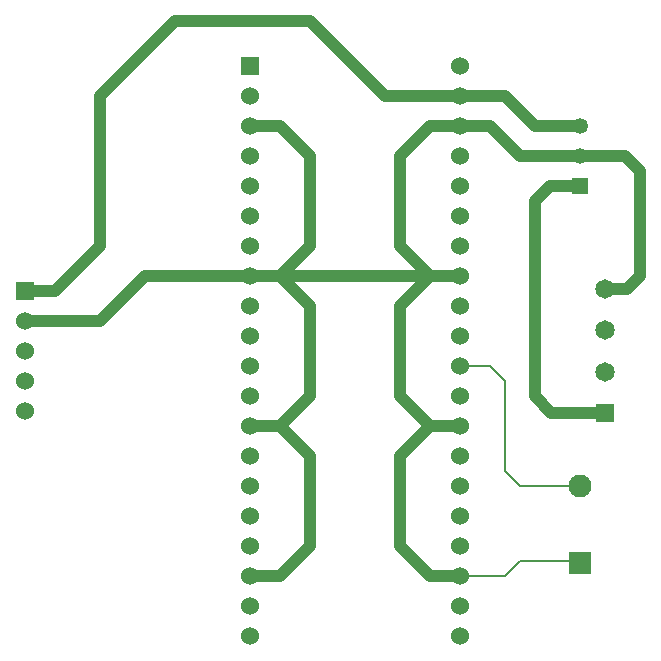
<source format=gbr>
%TF.GenerationSoftware,KiCad,Pcbnew,8.0.8*%
%TF.CreationDate,2025-04-07T19:22:35+01:00*%
%TF.ProjectId,Pico ToF,5069636f-2054-46f4-962e-6b696361645f,rev?*%
%TF.SameCoordinates,Original*%
%TF.FileFunction,Copper,L2,Bot*%
%TF.FilePolarity,Positive*%
%FSLAX46Y46*%
G04 Gerber Fmt 4.6, Leading zero omitted, Abs format (unit mm)*
G04 Created by KiCad (PCBNEW 8.0.8) date 2025-04-07 19:22:35*
%MOMM*%
%LPD*%
G01*
G04 APERTURE LIST*
%TA.AperFunction,ComponentPad*%
%ADD10R,1.524000X1.524000*%
%TD*%
%TA.AperFunction,ComponentPad*%
%ADD11C,1.524000*%
%TD*%
%TA.AperFunction,ComponentPad*%
%ADD12R,1.950000X1.950000*%
%TD*%
%TA.AperFunction,ComponentPad*%
%ADD13C,1.950000*%
%TD*%
%TA.AperFunction,ComponentPad*%
%ADD14R,1.350000X1.350000*%
%TD*%
%TA.AperFunction,ComponentPad*%
%ADD15C,1.350000*%
%TD*%
%TA.AperFunction,ComponentPad*%
%ADD16R,1.650000X1.650000*%
%TD*%
%TA.AperFunction,ComponentPad*%
%ADD17C,1.650000*%
%TD*%
%TA.AperFunction,Conductor*%
%ADD18C,1.000000*%
%TD*%
%TA.AperFunction,Conductor*%
%ADD19C,0.200000*%
%TD*%
G04 APERTURE END LIST*
D10*
%TO.P,U2,1,GP0*%
%TO.N,unconnected-(U2-GP0-Pad1)*%
X124460000Y-55880000D03*
D11*
%TO.P,U2,2,GP1*%
%TO.N,unconnected-(U2-GP1-Pad2)*%
X124460000Y-58420000D03*
%TO.P,U2,3,GND*%
%TO.N,0V*%
X124460000Y-60960000D03*
%TO.P,U2,4,GP2*%
%TO.N,unconnected-(U2-GP2-Pad4)*%
X124460000Y-63500000D03*
%TO.P,U2,5,GP3*%
%TO.N,unconnected-(U2-GP3-Pad5)*%
X124460000Y-66040000D03*
%TO.P,U2,6,GP4*%
%TO.N,unconnected-(U2-GP4-Pad6)*%
X124460000Y-68580000D03*
%TO.P,U2,7,GP5*%
%TO.N,unconnected-(U2-GP5-Pad7)*%
X124460000Y-71120000D03*
%TO.P,U2,8,GND*%
%TO.N,0V*%
X124460000Y-73660000D03*
%TO.P,U2,9,GP6*%
%TO.N,unconnected-(U2-GP6-Pad9)*%
X124460000Y-76200000D03*
%TO.P,U2,10,GP7*%
%TO.N,unconnected-(U2-GP7-Pad10)*%
X124460000Y-78740000D03*
%TO.P,U2,11,GP8*%
%TO.N,unconnected-(U2-GP8-Pad11)*%
X124460000Y-81280000D03*
%TO.P,U2,12,GP9*%
%TO.N,unconnected-(U2-GP9-Pad12)*%
X124460000Y-83820000D03*
%TO.P,U2,13,GND*%
%TO.N,0V*%
X124460000Y-86360000D03*
%TO.P,U2,14,GP10*%
%TO.N,unconnected-(U2-GP10-Pad14)*%
X124460000Y-88900000D03*
%TO.P,U2,15,GP11*%
%TO.N,unconnected-(U2-GP11-Pad15)*%
X124460000Y-91440000D03*
%TO.P,U2,16,GP12*%
%TO.N,unconnected-(U2-GP12-Pad16)*%
X124460000Y-93980000D03*
%TO.P,U2,17,GP13*%
%TO.N,unconnected-(U2-GP13-Pad17)*%
X124460000Y-96520000D03*
%TO.P,U2,18,GND*%
%TO.N,0V*%
X124460000Y-99060000D03*
%TO.P,U2,19,GP14*%
%TO.N,unconnected-(U2-GP14-Pad19)*%
X124460000Y-101600000D03*
%TO.P,U2,20,GP15*%
%TO.N,unconnected-(U2-GP15-Pad20)*%
X124460000Y-104140000D03*
%TO.P,U2,21,GP16*%
%TO.N,unconnected-(U2-GP16-Pad21)*%
X142240000Y-104140000D03*
%TO.P,U2,22,GP17*%
%TO.N,unconnected-(U2-GP17-Pad22)*%
X142240000Y-101600000D03*
%TO.P,U2,23,GND*%
%TO.N,0V*%
X142240000Y-99060000D03*
%TO.P,U2,24,GP18*%
%TO.N,unconnected-(U2-GP18-Pad24)*%
X142240000Y-96520000D03*
%TO.P,U2,25,GP19*%
%TO.N,unconnected-(U2-GP19-Pad25)*%
X142240000Y-93980000D03*
%TO.P,U2,26,GP20*%
%TO.N,SDA*%
X142240000Y-91440000D03*
%TO.P,U2,27,GP21*%
%TO.N,SCL*%
X142240000Y-88900000D03*
%TO.P,U2,28,GND*%
%TO.N,0V*%
X142240000Y-86360000D03*
%TO.P,U2,29,GP22*%
%TO.N,unconnected-(U2-GP22-Pad29)*%
X142240000Y-83820000D03*
%TO.P,U2,30,RUN*%
%TO.N,Net-(S1-NO)*%
X142240000Y-81280000D03*
%TO.P,U2,31,GP26*%
%TO.N,unconnected-(U2-GP26-Pad31)*%
X142240000Y-78740000D03*
%TO.P,U2,32,GP27*%
%TO.N,unconnected-(U2-GP27-Pad32)*%
X142240000Y-76200000D03*
%TO.P,U2,33,GND*%
%TO.N,0V*%
X142240000Y-73660000D03*
%TO.P,U2,34,GP28*%
%TO.N,unconnected-(U2-GP28-Pad34)*%
X142240000Y-71120000D03*
%TO.P,U2,35,ADC_VREF*%
%TO.N,unconnected-(U2-ADC_VREF-Pad35)*%
X142240000Y-68580000D03*
%TO.P,U2,36,3V3(OUT)*%
%TO.N,unconnected-(U2-3V3(OUT)-Pad36)*%
X142240000Y-66040000D03*
%TO.P,U2,37,3V3_EN*%
%TO.N,unconnected-(U2-3V3_EN-Pad37)*%
X142240000Y-63500000D03*
%TO.P,U2,38,GND*%
%TO.N,0V*%
X142240000Y-60960000D03*
%TO.P,U2,39,VSYS*%
%TO.N,5V*%
X142240000Y-58420000D03*
%TO.P,U2,40,VBUS*%
%TO.N,unconnected-(U2-VBUS-Pad40)*%
X142240000Y-55880000D03*
%TD*%
D10*
%TO.P,U1,1,VIN*%
%TO.N,5V*%
X105410000Y-74930000D03*
D11*
%TO.P,U1,2,GND*%
%TO.N,0V*%
X105410000Y-77470000D03*
%TO.P,U1,3,SCL*%
%TO.N,SCL*%
X105410000Y-80010000D03*
%TO.P,U1,4,SDA*%
%TO.N,SDA*%
X105410000Y-82550000D03*
%TO.P,U1,5,EN*%
%TO.N,unconnected-(U1-EN-Pad5)*%
X105410000Y-85090000D03*
%TD*%
D12*
%TO.P,S1,T1,COM*%
%TO.N,0V*%
X152400000Y-97940000D03*
D13*
%TO.P,S1,T2,NO*%
%TO.N,Net-(S1-NO)*%
X152400000Y-91440000D03*
%TD*%
D14*
%TO.P,PS1,1,+VIN*%
%TO.N,12V*%
X152400000Y-66040000D03*
D15*
%TO.P,PS1,2,GND*%
%TO.N,0V*%
X152400000Y-63500000D03*
%TO.P,PS1,3,+VOUT*%
%TO.N,5V*%
X152400000Y-60960000D03*
%TD*%
D16*
%TO.P,J1,1,+12V*%
%TO.N,12V*%
X154500000Y-85229527D03*
D17*
%TO.P,J1,2,CANL*%
%TO.N,unconnected-(J1-CANL-Pad2)*%
X154500000Y-81729527D03*
%TO.P,J1,3,CANH*%
%TO.N,unconnected-(J1-CANH-Pad3)*%
X154500000Y-78229527D03*
%TO.P,J1,4,0V*%
%TO.N,0V*%
X154500000Y-74729527D03*
%TD*%
D18*
%TO.N,5V*%
X135890000Y-58420000D02*
X142240000Y-58420000D01*
X129540000Y-52070000D02*
X135890000Y-58420000D01*
X118110000Y-52070000D02*
X129540000Y-52070000D01*
X111760000Y-71120000D02*
X111760000Y-58420000D01*
X107950000Y-74930000D02*
X111760000Y-71120000D01*
X105410000Y-74930000D02*
X107950000Y-74930000D01*
X111760000Y-58420000D02*
X118110000Y-52070000D01*
D19*
%TO.N,0V*%
X147320000Y-97790000D02*
X152250000Y-97790000D01*
X152250000Y-97790000D02*
X152400000Y-97940000D01*
%TO.N,Net-(S1-NO)*%
X147320000Y-91440000D02*
X152400000Y-91440000D01*
X146050000Y-90170000D02*
X147320000Y-91440000D01*
X144780000Y-81280000D02*
X146050000Y-82550000D01*
X146050000Y-82550000D02*
X146050000Y-90170000D01*
X142240000Y-81280000D02*
X144780000Y-81280000D01*
%TO.N,0V*%
X142240000Y-99060000D02*
X146050000Y-99060000D01*
X146050000Y-99060000D02*
X147320000Y-97790000D01*
D18*
X111760000Y-77470000D02*
X115570000Y-73660000D01*
X115570000Y-73660000D02*
X124460000Y-73660000D01*
X105410000Y-77470000D02*
X111760000Y-77470000D01*
X124460000Y-73660000D02*
X142240000Y-73660000D01*
%TO.N,12V*%
X149999527Y-85229527D02*
X154500000Y-85229527D01*
D19*
%TO.N,0V*%
X156374011Y-74729527D02*
X156392874Y-74748390D01*
D18*
X154500000Y-74729527D02*
X156374011Y-74729527D01*
X127000000Y-99060000D02*
X124460000Y-99060000D01*
X129540000Y-88900000D02*
X129540000Y-96520000D01*
X129540000Y-96520000D02*
X127000000Y-99060000D01*
X127000000Y-86360000D02*
X129540000Y-88900000D01*
X124460000Y-86360000D02*
X127000000Y-86360000D01*
X129540000Y-83820000D02*
X127000000Y-86360000D01*
X129540000Y-76200000D02*
X129540000Y-83820000D01*
X127000000Y-73660000D02*
X129540000Y-76200000D01*
X124460000Y-73660000D02*
X127000000Y-73660000D01*
X129540000Y-71120000D02*
X127000000Y-73660000D01*
X127000000Y-60960000D02*
X129540000Y-63500000D01*
X124460000Y-60960000D02*
X127000000Y-60960000D01*
X129540000Y-63500000D02*
X129540000Y-71120000D01*
X139700000Y-99060000D02*
X142240000Y-99060000D01*
X137160000Y-96520000D02*
X139700000Y-99060000D01*
X137160000Y-88900000D02*
X137160000Y-96520000D01*
X139700000Y-86360000D02*
X137160000Y-88900000D01*
X142240000Y-86360000D02*
X139700000Y-86360000D01*
X137160000Y-83820000D02*
X139700000Y-86360000D01*
X137160000Y-76200000D02*
X137160000Y-83820000D01*
X139700000Y-73660000D02*
X137160000Y-76200000D01*
X142240000Y-73660000D02*
X139700000Y-73660000D01*
X137160000Y-71120000D02*
X139700000Y-73660000D01*
X137160000Y-63500000D02*
X137160000Y-71120000D01*
X139700000Y-60960000D02*
X137160000Y-63500000D01*
X142240000Y-60960000D02*
X139700000Y-60960000D01*
X144780000Y-60960000D02*
X142240000Y-60960000D01*
X147320000Y-63500000D02*
X144780000Y-60960000D01*
X152400000Y-63500000D02*
X147320000Y-63500000D01*
%TO.N,5V*%
X146050000Y-58420000D02*
X142240000Y-58420000D01*
X148590000Y-60960000D02*
X146050000Y-58420000D01*
X152400000Y-60960000D02*
X148590000Y-60960000D01*
%TO.N,12V*%
X148590000Y-83820000D02*
X149999527Y-85229527D01*
X148590000Y-67310000D02*
X148590000Y-83820000D01*
X149860000Y-66040000D02*
X148590000Y-67310000D01*
X152400000Y-66040000D02*
X149860000Y-66040000D01*
%TO.N,0V*%
X157480000Y-73661264D02*
X156392874Y-74748390D01*
X156210000Y-63500000D02*
X157480000Y-64770000D01*
X157480000Y-64770000D02*
X157480000Y-73661264D01*
X152400000Y-63500000D02*
X156210000Y-63500000D01*
%TD*%
M02*

</source>
